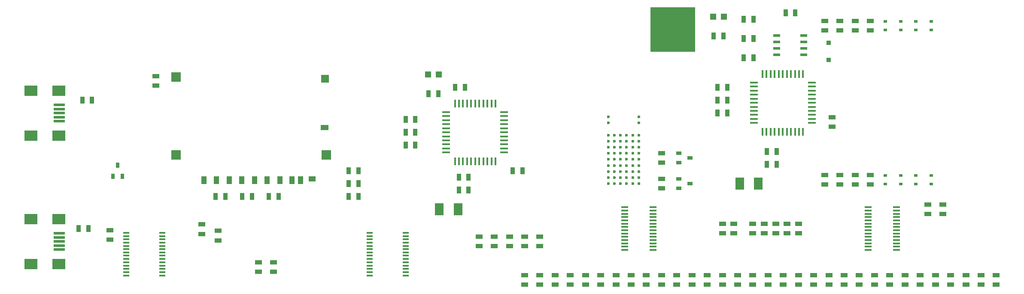
<source format=gtp>
G04 (created by PCBNEW (2013-may-18)-stable) date Tue 18 Mar 2014 20:31:26 GMT*
%MOIN*%
G04 Gerber Fmt 3.4, Leading zero omitted, Abs format*
%FSLAX34Y34*%
G01*
G70*
G90*
G04 APERTURE LIST*
%ADD10C,0.00590551*%
%ADD11R,0.35X0.35*%
%ADD12R,0.016X0.06*%
%ADD13R,0.06X0.016*%
%ADD14R,0.0906X0.0197*%
%ADD15R,0.0984X0.0787*%
%ADD16R,0.0315X0.0394*%
%ADD17R,0.0394X0.0315*%
%ADD18C,0.023622*%
%ADD19R,0.023622X0.023622*%
%ADD20R,0.0579X0.0165*%
%ADD21R,0.05X0.016*%
%ADD22R,0.0335X0.0335*%
%ADD23R,0.0551X0.0236*%
%ADD24R,0.055X0.035*%
%ADD25R,0.035X0.055*%
%ADD26R,0.0472X0.0472*%
%ADD27R,0.0669291X0.0944882*%
%ADD28R,0.0315X0.0236*%
%ADD29R,0.0413X0.0614*%
%ADD30R,0.0531X0.0433*%
%ADD31R,0.0748X0.0748*%
%ADD32R,0.063X0.0433*%
%ADD33R,0.063X0.063*%
G04 APERTURE END LIST*
G54D10*
G54D11*
X101870Y-61500D03*
G54D12*
X110397Y-64950D03*
X110082Y-64950D03*
X109767Y-64950D03*
X109452Y-64950D03*
X109137Y-64950D03*
X108822Y-64950D03*
X110712Y-64950D03*
X111027Y-64950D03*
X111342Y-64950D03*
X111657Y-64950D03*
X111972Y-64950D03*
X110397Y-69450D03*
X110082Y-69450D03*
X109767Y-69450D03*
X109452Y-69450D03*
X109137Y-69450D03*
X108822Y-69450D03*
X110712Y-69450D03*
X111027Y-69450D03*
X111342Y-69450D03*
X111657Y-69450D03*
X111972Y-69450D03*
G54D13*
X108147Y-67200D03*
X112647Y-67200D03*
X108147Y-67515D03*
X112647Y-67515D03*
X112647Y-67830D03*
X108147Y-67830D03*
X108147Y-68145D03*
X112647Y-68145D03*
X112647Y-68460D03*
X108147Y-68460D03*
X108147Y-68775D03*
X112647Y-68775D03*
X112647Y-66885D03*
X108147Y-66885D03*
X108147Y-66570D03*
X112647Y-66570D03*
X112647Y-66255D03*
X108147Y-66255D03*
X108147Y-65940D03*
X112647Y-65940D03*
X112647Y-65625D03*
X108147Y-65625D03*
G54D14*
X54212Y-67370D03*
X54212Y-67685D03*
X54212Y-68000D03*
X54212Y-68315D03*
X54212Y-68630D03*
G54D15*
X54173Y-66248D03*
X52008Y-66248D03*
X54173Y-69752D03*
X52008Y-69752D03*
G54D14*
X54212Y-77370D03*
X54212Y-77685D03*
X54212Y-78000D03*
X54212Y-78315D03*
X54212Y-78630D03*
G54D15*
X54173Y-76248D03*
X52008Y-76248D03*
X54173Y-79752D03*
X52008Y-79752D03*
G54D16*
X58759Y-72067D03*
X59134Y-72933D03*
X58384Y-72933D03*
G54D17*
X103188Y-71500D03*
X102322Y-71875D03*
X102322Y-71125D03*
X103188Y-73500D03*
X102322Y-73875D03*
X102322Y-73125D03*
G54D18*
X96850Y-68303D03*
X96850Y-68775D03*
X96850Y-69720D03*
X96850Y-70192D03*
X96850Y-70665D03*
X96850Y-71137D03*
X96850Y-71610D03*
X96850Y-72082D03*
X96850Y-72555D03*
X96850Y-73027D03*
X96850Y-73500D03*
X97322Y-73500D03*
X97322Y-73027D03*
X97322Y-72555D03*
X97322Y-72082D03*
X97322Y-71610D03*
X97322Y-71137D03*
X97322Y-70665D03*
X97322Y-70192D03*
X97322Y-69720D03*
X97795Y-69720D03*
X97795Y-70192D03*
X97795Y-70665D03*
X97795Y-71137D03*
X97795Y-71610D03*
X97795Y-72082D03*
X97795Y-72555D03*
X97795Y-73027D03*
X97795Y-73500D03*
X98267Y-73500D03*
X98267Y-73027D03*
X98267Y-72555D03*
X98267Y-72082D03*
X98267Y-71610D03*
X98267Y-71137D03*
X98267Y-70665D03*
X98267Y-70192D03*
X98267Y-69720D03*
X98740Y-69720D03*
X98740Y-70192D03*
X98740Y-70665D03*
X98740Y-71137D03*
X98740Y-71610D03*
X98740Y-72082D03*
X98740Y-72555D03*
X98740Y-73027D03*
X98740Y-73500D03*
G54D19*
X99212Y-73500D03*
G54D18*
X99212Y-73027D03*
X99212Y-72555D03*
X99212Y-72082D03*
X99212Y-71610D03*
X99212Y-71137D03*
X99212Y-70665D03*
X99212Y-70192D03*
X99212Y-69720D03*
X99212Y-68775D03*
X99212Y-68303D03*
G54D20*
X117008Y-76872D03*
X117008Y-77128D03*
X117008Y-77384D03*
X117008Y-77640D03*
X119210Y-76108D03*
X117008Y-76104D03*
X117008Y-76360D03*
X117008Y-76616D03*
X119212Y-77896D03*
X119212Y-77640D03*
X119212Y-77384D03*
X119212Y-77128D03*
X119212Y-76872D03*
X119212Y-76616D03*
X117008Y-77896D03*
X119210Y-76360D03*
X117008Y-75848D03*
X117008Y-78152D03*
X119212Y-78152D03*
X119212Y-75848D03*
X117008Y-75593D03*
X117008Y-78407D03*
X119212Y-78407D03*
X119212Y-75593D03*
X117008Y-75337D03*
X117008Y-78663D03*
X119212Y-78663D03*
X119212Y-75337D03*
X98110Y-76872D03*
X98110Y-77128D03*
X98110Y-77384D03*
X98110Y-77640D03*
X100312Y-76108D03*
X98110Y-76104D03*
X98110Y-76360D03*
X98110Y-76616D03*
X100314Y-77896D03*
X100314Y-77640D03*
X100314Y-77384D03*
X100314Y-77128D03*
X100314Y-76872D03*
X100314Y-76616D03*
X98110Y-77896D03*
X100312Y-76360D03*
X98110Y-75848D03*
X98110Y-78152D03*
X100314Y-78152D03*
X100314Y-75848D03*
X98110Y-75593D03*
X98110Y-78407D03*
X100314Y-78407D03*
X100314Y-75593D03*
X98110Y-75337D03*
X98110Y-78663D03*
X100314Y-78663D03*
X100314Y-75337D03*
G54D12*
X86515Y-67250D03*
X86200Y-67250D03*
X85885Y-67250D03*
X85570Y-67250D03*
X85255Y-67250D03*
X84940Y-67250D03*
X86830Y-67250D03*
X87145Y-67250D03*
X87460Y-67250D03*
X87775Y-67250D03*
X88090Y-67250D03*
X86515Y-71750D03*
X86200Y-71750D03*
X85885Y-71750D03*
X85570Y-71750D03*
X85255Y-71750D03*
X84940Y-71750D03*
X86830Y-71750D03*
X87145Y-71750D03*
X87460Y-71750D03*
X87775Y-71750D03*
X88090Y-71750D03*
G54D13*
X84265Y-69500D03*
X88765Y-69500D03*
X84265Y-69815D03*
X88765Y-69815D03*
X88765Y-70130D03*
X84265Y-70130D03*
X84265Y-70445D03*
X88765Y-70445D03*
X88765Y-70760D03*
X84265Y-70760D03*
X84265Y-71075D03*
X88765Y-71075D03*
X88765Y-69185D03*
X84265Y-69185D03*
X84265Y-68870D03*
X88765Y-68870D03*
X88765Y-68555D03*
X84265Y-68555D03*
X84265Y-68240D03*
X88765Y-68240D03*
X88765Y-67925D03*
X84265Y-67925D03*
G54D21*
X81124Y-80650D03*
X81124Y-80400D03*
X81124Y-80140D03*
X81124Y-79880D03*
X81124Y-79630D03*
X81124Y-79370D03*
X81124Y-79110D03*
X81124Y-78860D03*
X81124Y-78600D03*
X81124Y-78350D03*
X81124Y-78090D03*
X81124Y-77830D03*
X81124Y-77580D03*
X81124Y-77320D03*
X78324Y-77320D03*
X78324Y-77580D03*
X78324Y-77820D03*
X78324Y-78090D03*
X78324Y-78350D03*
X78324Y-78600D03*
X78324Y-78860D03*
X78324Y-79110D03*
X78324Y-79370D03*
X78324Y-79630D03*
X78324Y-79880D03*
X78324Y-80140D03*
X78324Y-80400D03*
X78324Y-80650D03*
X62226Y-80650D03*
X62226Y-80400D03*
X62226Y-80140D03*
X62226Y-79880D03*
X62226Y-79630D03*
X62226Y-79370D03*
X62226Y-79110D03*
X62226Y-78860D03*
X62226Y-78600D03*
X62226Y-78350D03*
X62226Y-78090D03*
X62226Y-77830D03*
X62226Y-77580D03*
X62226Y-77320D03*
X59426Y-77320D03*
X59426Y-77580D03*
X59426Y-77820D03*
X59426Y-78090D03*
X59426Y-78350D03*
X59426Y-78600D03*
X59426Y-78860D03*
X59426Y-79110D03*
X59426Y-79370D03*
X59426Y-79630D03*
X59426Y-79880D03*
X59426Y-80140D03*
X59426Y-80400D03*
X59426Y-80650D03*
G54D22*
X113940Y-63859D03*
X113940Y-62541D03*
G54D23*
X109938Y-63450D03*
X112038Y-63450D03*
X109938Y-62950D03*
X109938Y-62450D03*
X109938Y-61950D03*
X112038Y-62950D03*
X112038Y-62450D03*
X112038Y-61950D03*
G54D24*
X113976Y-81375D03*
X113976Y-80625D03*
X117519Y-81375D03*
X117519Y-80625D03*
X126968Y-80625D03*
X126968Y-81375D03*
X125787Y-80625D03*
X125787Y-81375D03*
X116338Y-81375D03*
X116338Y-80625D03*
X115157Y-81375D03*
X115157Y-80625D03*
X118700Y-80625D03*
X118700Y-81375D03*
X112795Y-81375D03*
X112795Y-80625D03*
X111614Y-81375D03*
X111614Y-80625D03*
X110433Y-81375D03*
X110433Y-80625D03*
X122834Y-75875D03*
X122834Y-75125D03*
X93897Y-81375D03*
X93897Y-80625D03*
X121653Y-75875D03*
X121653Y-75125D03*
X111614Y-76625D03*
X111614Y-77375D03*
X110728Y-76625D03*
X110728Y-77375D03*
X109842Y-76625D03*
X109842Y-77375D03*
X108956Y-76625D03*
X108956Y-77375D03*
X108070Y-76625D03*
X108070Y-77375D03*
X95078Y-81375D03*
X95078Y-80625D03*
X58169Y-77875D03*
X58169Y-77125D03*
X90354Y-81375D03*
X90354Y-80625D03*
X96259Y-81375D03*
X96259Y-80625D03*
X97440Y-81375D03*
X97440Y-80625D03*
X98622Y-81375D03*
X98622Y-80625D03*
X108070Y-80625D03*
X108070Y-81375D03*
X106889Y-80625D03*
X106889Y-81375D03*
X105708Y-80625D03*
X105708Y-81375D03*
X104527Y-80625D03*
X104527Y-81375D03*
X92716Y-81375D03*
X92716Y-80625D03*
X103346Y-80625D03*
X103346Y-81375D03*
X102165Y-80625D03*
X102165Y-81375D03*
X100984Y-80625D03*
X100984Y-81375D03*
X99803Y-80625D03*
X99803Y-81375D03*
X70866Y-79625D03*
X70866Y-80375D03*
X69685Y-79625D03*
X69685Y-80375D03*
X124606Y-80625D03*
X124606Y-81375D03*
X105708Y-76625D03*
X105708Y-77375D03*
X106594Y-76625D03*
X106594Y-77375D03*
X91535Y-77625D03*
X91535Y-78375D03*
X90354Y-77625D03*
X90354Y-78375D03*
X89173Y-77625D03*
X89173Y-78375D03*
X87992Y-77625D03*
X87992Y-78375D03*
X86811Y-77625D03*
X86811Y-78375D03*
X100984Y-73125D03*
X100984Y-73875D03*
X100984Y-71125D03*
X100984Y-71875D03*
X61712Y-65125D03*
X61712Y-65875D03*
X91535Y-81375D03*
X91535Y-80625D03*
X119881Y-80625D03*
X119881Y-81375D03*
X121062Y-80625D03*
X121062Y-81375D03*
X122244Y-80625D03*
X122244Y-81375D03*
X123425Y-80625D03*
X123425Y-81375D03*
G54D25*
X67107Y-74500D03*
X66357Y-74500D03*
X109922Y-72000D03*
X109172Y-72000D03*
G54D24*
X117188Y-72825D03*
X117188Y-73575D03*
X116007Y-72825D03*
X116007Y-73575D03*
X114826Y-72825D03*
X114826Y-73575D03*
X113645Y-72825D03*
X113645Y-73575D03*
X117188Y-61575D03*
X117188Y-60825D03*
X116007Y-61575D03*
X116007Y-60825D03*
X113645Y-61575D03*
X113645Y-60825D03*
G54D25*
X107365Y-63700D03*
X108115Y-63700D03*
G54D24*
X114236Y-68325D03*
X114236Y-69075D03*
G54D25*
X56477Y-77000D03*
X55727Y-77000D03*
X70491Y-74500D03*
X71241Y-74500D03*
X68424Y-74500D03*
X69174Y-74500D03*
G54D24*
X114826Y-61575D03*
X114826Y-60825D03*
G54D25*
X76691Y-72500D03*
X77441Y-72500D03*
X76691Y-73500D03*
X77441Y-73500D03*
X76691Y-74500D03*
X77441Y-74500D03*
X85709Y-66000D03*
X84959Y-66000D03*
X81121Y-68500D03*
X81871Y-68500D03*
X81121Y-69500D03*
X81871Y-69500D03*
X81871Y-70500D03*
X81121Y-70500D03*
X86004Y-73000D03*
X85254Y-73000D03*
X86004Y-74000D03*
X85254Y-74000D03*
G54D24*
X65300Y-76675D03*
X65300Y-77425D03*
G54D25*
X107365Y-60700D03*
X108115Y-60700D03*
X107365Y-62200D03*
X108115Y-62200D03*
X111363Y-60200D03*
X110613Y-60200D03*
G54D24*
X66550Y-77175D03*
X66550Y-77925D03*
G54D25*
X105333Y-67000D03*
X106083Y-67000D03*
X105333Y-66000D03*
X106083Y-66000D03*
X105788Y-62000D03*
X105038Y-62000D03*
X82892Y-66500D03*
X83642Y-66500D03*
X90175Y-72500D03*
X89425Y-72500D03*
X56772Y-67000D03*
X56022Y-67000D03*
X106083Y-68000D03*
X105333Y-68000D03*
X109922Y-71000D03*
X109172Y-71000D03*
G54D26*
X105000Y-60500D03*
X105826Y-60500D03*
X83680Y-65000D03*
X82854Y-65000D03*
G54D27*
X108503Y-73500D03*
X107047Y-73500D03*
X85177Y-75500D03*
X83720Y-75500D03*
G54D24*
X109251Y-81375D03*
X109251Y-80625D03*
G54D28*
X121913Y-73535D03*
X121913Y-72865D03*
X118370Y-61535D03*
X118370Y-60865D03*
X119551Y-61535D03*
X119551Y-60865D03*
X118370Y-72865D03*
X118370Y-73535D03*
X120732Y-73535D03*
X120732Y-72865D03*
X121913Y-60865D03*
X121913Y-61535D03*
X120732Y-60865D03*
X120732Y-61535D03*
X119551Y-72865D03*
X119551Y-73535D03*
G54D29*
X65444Y-73226D03*
X66428Y-73226D03*
X67413Y-73226D03*
X68397Y-73226D03*
X69381Y-73226D03*
X70365Y-73226D03*
X71350Y-73226D03*
X72302Y-73226D03*
X72972Y-73226D03*
G54D30*
X73869Y-73136D03*
G54D31*
X63287Y-71270D03*
X63287Y-65187D03*
X74948Y-71270D03*
G54D32*
X74822Y-69144D03*
G54D33*
X74842Y-65337D03*
M02*

</source>
